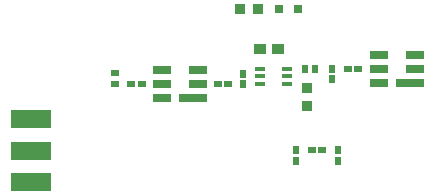
<source format=gbr>
G04*
G04 #@! TF.GenerationSoftware,Altium Limited,Altium Designer,24.9.1 (31)*
G04*
G04 Layer_Color=8421504*
%FSLAX25Y25*%
%MOIN*%
G70*
G04*
G04 #@! TF.SameCoordinates,21B9ACB0-0D47-4127-AC64-11D31CE697AE*
G04*
G04*
G04 #@! TF.FilePolarity,Positive*
G04*
G01*
G75*
%ADD15R,0.03347X0.01575*%
%ADD16R,0.03937X0.03740*%
%ADD17R,0.02008X0.02874*%
%ADD18R,0.02441X0.02598*%
%ADD19R,0.03150X0.03150*%
%ADD20R,0.02598X0.02441*%
%ADD21R,0.02874X0.02008*%
%ADD22R,0.03543X0.03347*%
%ADD23R,0.13780X0.05906*%
%ADD24R,0.06299X0.02559*%
%ADD25R,0.09252X0.02559*%
%ADD26R,0.03347X0.03543*%
D15*
X122726Y86327D02*
D03*
Y83768D02*
D03*
Y81209D02*
D03*
X131584Y86327D02*
D03*
Y83768D02*
D03*
Y81209D02*
D03*
D16*
X128543Y92913D02*
D03*
X122638D02*
D03*
D17*
X137428Y86327D02*
D03*
X141050D02*
D03*
D18*
X116902Y84673D02*
D03*
Y81209D02*
D03*
X146653Y82862D02*
D03*
Y86327D02*
D03*
X148442Y59161D02*
D03*
Y55697D02*
D03*
X134449Y59161D02*
D03*
Y55697D02*
D03*
D19*
X128855Y106102D02*
D03*
X135154D02*
D03*
D20*
X79665Y81209D02*
D03*
X83130D02*
D03*
X151828Y86327D02*
D03*
X155292D02*
D03*
X139803Y59161D02*
D03*
X143268D02*
D03*
X108504Y81209D02*
D03*
X111969D02*
D03*
D21*
X74213Y84831D02*
D03*
Y81209D02*
D03*
D22*
X138195Y73948D02*
D03*
Y80050D02*
D03*
D23*
X46260Y59055D02*
D03*
Y69685D02*
D03*
Y48425D02*
D03*
D24*
X101795Y81209D02*
D03*
Y85933D02*
D03*
X89787D02*
D03*
Y81209D02*
D03*
Y76484D02*
D03*
X174131Y86327D02*
D03*
Y91051D02*
D03*
X162123D02*
D03*
Y86327D02*
D03*
Y81602D02*
D03*
D25*
X100318Y76484D02*
D03*
X172654Y81602D02*
D03*
D26*
X121949Y106102D02*
D03*
X115847D02*
D03*
M02*

</source>
